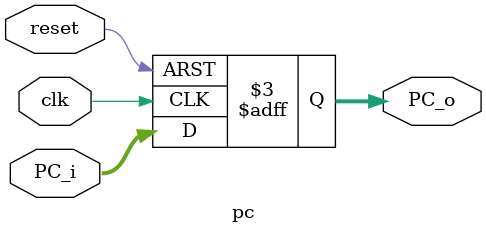
<source format=v>

/* ---------------- Program counter ----------------- */
// the program counter is an ordinary 32-bit register.
// program counter input indicate the adrees of the next instruction to be excuted.
// program counter output points the current instruction to be excuted.
/* MIPS initialize PC to 0xBFC00000 and then the operating system loads
   an application program at 0x00400000and begins excuting them */
// for simplicity we will reset the PC to 0x00000000 and place the program there.

module pc (PC_i,PC_o,clk,reset);
  input clk,     // system clock
        reset;   // reset input to initialize the program counter
  input [31:0] PC_i;  // 32-bit address indicates the next instruction to be excuted
  
  output [31:0] PC_o;  // 32-bit address points to the current instruction to be excuted. (it will be the input for the instruction memory)
  
  reg [31:0] PC_o; 
  
  always@ (posedge clk or negedge reset)
  begin
    if (!reset)    // active low reset to initialize the program counter
         PC_o <= 32'h00000000;
         
    else
        PC_o <= PC_i; /* at the rising edge of the clock signal 
                        the addres of the next instruction is assigned to the output of the program counter */
  end
  
endmodule


</source>
